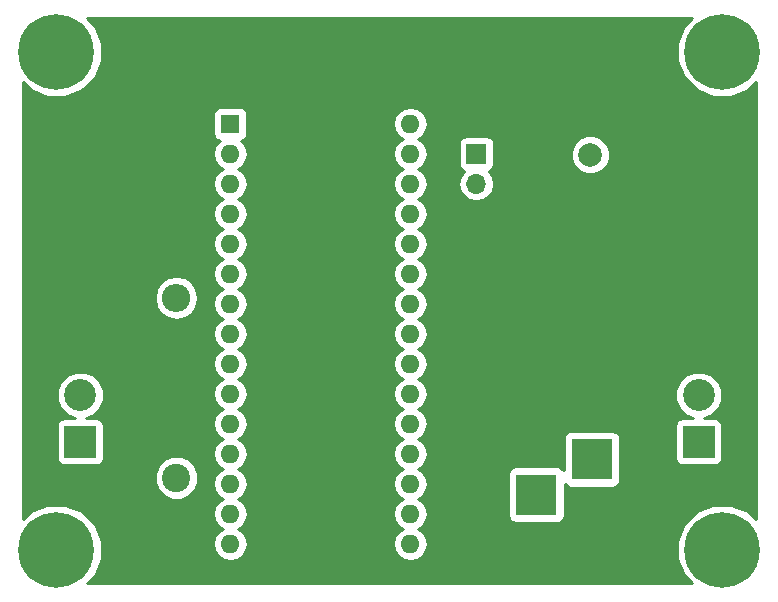
<source format=gbr>
G04 #@! TF.FileFunction,Copper,L1,Top,Signal*
%FSLAX46Y46*%
G04 Gerber Fmt 4.6, Leading zero omitted, Abs format (unit mm)*
G04 Created by KiCad (PCBNEW 4.0.6) date Wed Jul 19 18:28:27 2017*
%MOMM*%
%LPD*%
G01*
G04 APERTURE LIST*
%ADD10C,0.100000*%
%ADD11R,1.600000X1.600000*%
%ADD12O,1.600000X1.600000*%
%ADD13R,3.500000X3.500000*%
%ADD14R,1.700000X1.700000*%
%ADD15O,1.700000X1.700000*%
%ADD16C,2.400000*%
%ADD17O,2.400000X2.400000*%
%ADD18C,6.400000*%
%ADD19R,2.700000X2.700000*%
%ADD20C,2.700000*%
%ADD21R,2.000000X2.000000*%
%ADD22C,2.000000*%
%ADD23C,0.254000*%
G04 APERTURE END LIST*
D10*
D11*
X135128000Y-85852000D03*
D12*
X150368000Y-118872000D03*
X135128000Y-88392000D03*
X150368000Y-116332000D03*
X135128000Y-90932000D03*
X150368000Y-113792000D03*
X135128000Y-93472000D03*
X150368000Y-111252000D03*
X135128000Y-96012000D03*
X150368000Y-108712000D03*
X135128000Y-98552000D03*
X150368000Y-106172000D03*
X135128000Y-101092000D03*
X150368000Y-103632000D03*
X135128000Y-103632000D03*
X150368000Y-101092000D03*
X135128000Y-106172000D03*
X150368000Y-98552000D03*
X135128000Y-108712000D03*
X150368000Y-96012000D03*
X135128000Y-111252000D03*
X150368000Y-93472000D03*
X135128000Y-113792000D03*
X150368000Y-90932000D03*
X135128000Y-116332000D03*
X150368000Y-88392000D03*
X135128000Y-118872000D03*
X150368000Y-85852000D03*
X135128000Y-121412000D03*
X150368000Y-121412000D03*
D13*
X161036000Y-111252000D03*
X161036000Y-117252000D03*
X165736000Y-114252000D03*
D14*
X155956000Y-88392000D03*
D15*
X155956000Y-90932000D03*
D16*
X130556000Y-115824000D03*
D17*
X130556000Y-100584000D03*
D18*
X120396000Y-121920000D03*
X176784000Y-121920000D03*
X176784000Y-79756000D03*
X120396000Y-79756000D03*
D19*
X174784000Y-112776000D03*
D20*
X174784000Y-108816000D03*
X174784000Y-104856000D03*
D19*
X122428000Y-112776000D03*
D20*
X122428000Y-108816000D03*
X122428000Y-104856000D03*
D21*
X165608000Y-93472000D03*
D22*
X165608000Y-88472000D03*
D23*
G36*
X173534741Y-77580811D02*
X172949667Y-78989825D01*
X172948336Y-80515482D01*
X173530950Y-81925515D01*
X174608811Y-83005259D01*
X176017825Y-83590333D01*
X177543482Y-83591664D01*
X178953515Y-83009050D01*
X179630000Y-82333745D01*
X179630000Y-119342724D01*
X178959189Y-118670741D01*
X177550175Y-118085667D01*
X176024518Y-118084336D01*
X174614485Y-118666950D01*
X173534741Y-119744811D01*
X172949667Y-121153825D01*
X172948336Y-122679482D01*
X173530950Y-124089515D01*
X174206255Y-124766000D01*
X122973276Y-124766000D01*
X123645259Y-124095189D01*
X124230333Y-122686175D01*
X124231664Y-121160518D01*
X123649050Y-119750485D01*
X122571189Y-118670741D01*
X121162175Y-118085667D01*
X119636518Y-118084336D01*
X118226485Y-118666950D01*
X117550000Y-119342255D01*
X117550000Y-116187403D01*
X128720682Y-116187403D01*
X128999455Y-116862086D01*
X129515199Y-117378730D01*
X130189395Y-117658681D01*
X130919403Y-117659318D01*
X131594086Y-117380545D01*
X132110730Y-116864801D01*
X132390681Y-116190605D01*
X132391318Y-115460597D01*
X132112545Y-114785914D01*
X131596801Y-114269270D01*
X130922605Y-113989319D01*
X130192597Y-113988682D01*
X129517914Y-114267455D01*
X129001270Y-114783199D01*
X128721319Y-115457395D01*
X128720682Y-116187403D01*
X117550000Y-116187403D01*
X117550000Y-111426000D01*
X120430560Y-111426000D01*
X120430560Y-114126000D01*
X120474838Y-114361317D01*
X120613910Y-114577441D01*
X120826110Y-114722431D01*
X121078000Y-114773440D01*
X123778000Y-114773440D01*
X124013317Y-114729162D01*
X124229441Y-114590090D01*
X124374431Y-114377890D01*
X124425440Y-114126000D01*
X124425440Y-111426000D01*
X124381162Y-111190683D01*
X124242090Y-110974559D01*
X124029890Y-110829569D01*
X123778000Y-110778560D01*
X122876248Y-110778560D01*
X123550943Y-110499782D01*
X124109819Y-109941880D01*
X124412654Y-109212573D01*
X124413343Y-108422891D01*
X124111782Y-107693057D01*
X123553880Y-107134181D01*
X122824573Y-106831346D01*
X122034891Y-106830657D01*
X121305057Y-107132218D01*
X120746181Y-107690120D01*
X120443346Y-108419427D01*
X120442657Y-109209109D01*
X120744218Y-109938943D01*
X121302120Y-110497819D01*
X121978219Y-110778560D01*
X121078000Y-110778560D01*
X120842683Y-110822838D01*
X120626559Y-110961910D01*
X120481569Y-111174110D01*
X120430560Y-111426000D01*
X117550000Y-111426000D01*
X117550000Y-100548050D01*
X128721000Y-100548050D01*
X128721000Y-100619950D01*
X128860681Y-101322174D01*
X129258459Y-101917491D01*
X129853776Y-102315269D01*
X130556000Y-102454950D01*
X131258224Y-102315269D01*
X131853541Y-101917491D01*
X132251319Y-101322174D01*
X132391000Y-100619950D01*
X132391000Y-100548050D01*
X132251319Y-99845826D01*
X131853541Y-99250509D01*
X131258224Y-98852731D01*
X130556000Y-98713050D01*
X129853776Y-98852731D01*
X129258459Y-99250509D01*
X128860681Y-99845826D01*
X128721000Y-100548050D01*
X117550000Y-100548050D01*
X117550000Y-88392000D01*
X133664887Y-88392000D01*
X133774120Y-88941151D01*
X134085189Y-89406698D01*
X134467275Y-89662000D01*
X134085189Y-89917302D01*
X133774120Y-90382849D01*
X133664887Y-90932000D01*
X133774120Y-91481151D01*
X134085189Y-91946698D01*
X134467275Y-92202000D01*
X134085189Y-92457302D01*
X133774120Y-92922849D01*
X133664887Y-93472000D01*
X133774120Y-94021151D01*
X134085189Y-94486698D01*
X134467275Y-94742000D01*
X134085189Y-94997302D01*
X133774120Y-95462849D01*
X133664887Y-96012000D01*
X133774120Y-96561151D01*
X134085189Y-97026698D01*
X134467275Y-97282000D01*
X134085189Y-97537302D01*
X133774120Y-98002849D01*
X133664887Y-98552000D01*
X133774120Y-99101151D01*
X134085189Y-99566698D01*
X134467275Y-99822000D01*
X134085189Y-100077302D01*
X133774120Y-100542849D01*
X133664887Y-101092000D01*
X133774120Y-101641151D01*
X134085189Y-102106698D01*
X134467275Y-102362000D01*
X134085189Y-102617302D01*
X133774120Y-103082849D01*
X133664887Y-103632000D01*
X133774120Y-104181151D01*
X134085189Y-104646698D01*
X134467275Y-104902000D01*
X134085189Y-105157302D01*
X133774120Y-105622849D01*
X133664887Y-106172000D01*
X133774120Y-106721151D01*
X134085189Y-107186698D01*
X134467275Y-107442000D01*
X134085189Y-107697302D01*
X133774120Y-108162849D01*
X133664887Y-108712000D01*
X133774120Y-109261151D01*
X134085189Y-109726698D01*
X134467275Y-109982000D01*
X134085189Y-110237302D01*
X133774120Y-110702849D01*
X133664887Y-111252000D01*
X133774120Y-111801151D01*
X134085189Y-112266698D01*
X134467275Y-112522000D01*
X134085189Y-112777302D01*
X133774120Y-113242849D01*
X133664887Y-113792000D01*
X133774120Y-114341151D01*
X134085189Y-114806698D01*
X134467275Y-115062000D01*
X134085189Y-115317302D01*
X133774120Y-115782849D01*
X133664887Y-116332000D01*
X133774120Y-116881151D01*
X134085189Y-117346698D01*
X134467275Y-117602000D01*
X134085189Y-117857302D01*
X133774120Y-118322849D01*
X133664887Y-118872000D01*
X133774120Y-119421151D01*
X134085189Y-119886698D01*
X134467275Y-120142000D01*
X134085189Y-120397302D01*
X133774120Y-120862849D01*
X133664887Y-121412000D01*
X133774120Y-121961151D01*
X134085189Y-122426698D01*
X134550736Y-122737767D01*
X135099887Y-122847000D01*
X135156113Y-122847000D01*
X135705264Y-122737767D01*
X136170811Y-122426698D01*
X136481880Y-121961151D01*
X136591113Y-121412000D01*
X136481880Y-120862849D01*
X136170811Y-120397302D01*
X135788725Y-120142000D01*
X136170811Y-119886698D01*
X136481880Y-119421151D01*
X136591113Y-118872000D01*
X136481880Y-118322849D01*
X136170811Y-117857302D01*
X135788725Y-117602000D01*
X136170811Y-117346698D01*
X136481880Y-116881151D01*
X136591113Y-116332000D01*
X136481880Y-115782849D01*
X136170811Y-115317302D01*
X135788725Y-115062000D01*
X136170811Y-114806698D01*
X136481880Y-114341151D01*
X136591113Y-113792000D01*
X136481880Y-113242849D01*
X136170811Y-112777302D01*
X135788725Y-112522000D01*
X136170811Y-112266698D01*
X136481880Y-111801151D01*
X136591113Y-111252000D01*
X136481880Y-110702849D01*
X136170811Y-110237302D01*
X135788725Y-109982000D01*
X136170811Y-109726698D01*
X136481880Y-109261151D01*
X136591113Y-108712000D01*
X136481880Y-108162849D01*
X136170811Y-107697302D01*
X135788725Y-107442000D01*
X136170811Y-107186698D01*
X136481880Y-106721151D01*
X136591113Y-106172000D01*
X136481880Y-105622849D01*
X136170811Y-105157302D01*
X135788725Y-104902000D01*
X136170811Y-104646698D01*
X136481880Y-104181151D01*
X136591113Y-103632000D01*
X136481880Y-103082849D01*
X136170811Y-102617302D01*
X135788725Y-102362000D01*
X136170811Y-102106698D01*
X136481880Y-101641151D01*
X136591113Y-101092000D01*
X136481880Y-100542849D01*
X136170811Y-100077302D01*
X135788725Y-99822000D01*
X136170811Y-99566698D01*
X136481880Y-99101151D01*
X136591113Y-98552000D01*
X136481880Y-98002849D01*
X136170811Y-97537302D01*
X135788725Y-97282000D01*
X136170811Y-97026698D01*
X136481880Y-96561151D01*
X136591113Y-96012000D01*
X136481880Y-95462849D01*
X136170811Y-94997302D01*
X135788725Y-94742000D01*
X136170811Y-94486698D01*
X136481880Y-94021151D01*
X136591113Y-93472000D01*
X136481880Y-92922849D01*
X136170811Y-92457302D01*
X135788725Y-92202000D01*
X136170811Y-91946698D01*
X136481880Y-91481151D01*
X136591113Y-90932000D01*
X136481880Y-90382849D01*
X136170811Y-89917302D01*
X135788725Y-89662000D01*
X136170811Y-89406698D01*
X136481880Y-88941151D01*
X136591113Y-88392000D01*
X136481880Y-87842849D01*
X136170811Y-87377302D01*
X136026535Y-87280899D01*
X136163317Y-87255162D01*
X136379441Y-87116090D01*
X136524431Y-86903890D01*
X136575440Y-86652000D01*
X136575440Y-85852000D01*
X148904887Y-85852000D01*
X149014120Y-86401151D01*
X149325189Y-86866698D01*
X149707275Y-87122000D01*
X149325189Y-87377302D01*
X149014120Y-87842849D01*
X148904887Y-88392000D01*
X149014120Y-88941151D01*
X149325189Y-89406698D01*
X149707275Y-89662000D01*
X149325189Y-89917302D01*
X149014120Y-90382849D01*
X148904887Y-90932000D01*
X149014120Y-91481151D01*
X149325189Y-91946698D01*
X149707275Y-92202000D01*
X149325189Y-92457302D01*
X149014120Y-92922849D01*
X148904887Y-93472000D01*
X149014120Y-94021151D01*
X149325189Y-94486698D01*
X149707275Y-94742000D01*
X149325189Y-94997302D01*
X149014120Y-95462849D01*
X148904887Y-96012000D01*
X149014120Y-96561151D01*
X149325189Y-97026698D01*
X149707275Y-97282000D01*
X149325189Y-97537302D01*
X149014120Y-98002849D01*
X148904887Y-98552000D01*
X149014120Y-99101151D01*
X149325189Y-99566698D01*
X149707275Y-99822000D01*
X149325189Y-100077302D01*
X149014120Y-100542849D01*
X148904887Y-101092000D01*
X149014120Y-101641151D01*
X149325189Y-102106698D01*
X149707275Y-102362000D01*
X149325189Y-102617302D01*
X149014120Y-103082849D01*
X148904887Y-103632000D01*
X149014120Y-104181151D01*
X149325189Y-104646698D01*
X149707275Y-104902000D01*
X149325189Y-105157302D01*
X149014120Y-105622849D01*
X148904887Y-106172000D01*
X149014120Y-106721151D01*
X149325189Y-107186698D01*
X149707275Y-107442000D01*
X149325189Y-107697302D01*
X149014120Y-108162849D01*
X148904887Y-108712000D01*
X149014120Y-109261151D01*
X149325189Y-109726698D01*
X149707275Y-109982000D01*
X149325189Y-110237302D01*
X149014120Y-110702849D01*
X148904887Y-111252000D01*
X149014120Y-111801151D01*
X149325189Y-112266698D01*
X149707275Y-112522000D01*
X149325189Y-112777302D01*
X149014120Y-113242849D01*
X148904887Y-113792000D01*
X149014120Y-114341151D01*
X149325189Y-114806698D01*
X149707275Y-115062000D01*
X149325189Y-115317302D01*
X149014120Y-115782849D01*
X148904887Y-116332000D01*
X149014120Y-116881151D01*
X149325189Y-117346698D01*
X149707275Y-117602000D01*
X149325189Y-117857302D01*
X149014120Y-118322849D01*
X148904887Y-118872000D01*
X149014120Y-119421151D01*
X149325189Y-119886698D01*
X149707275Y-120142000D01*
X149325189Y-120397302D01*
X149014120Y-120862849D01*
X148904887Y-121412000D01*
X149014120Y-121961151D01*
X149325189Y-122426698D01*
X149790736Y-122737767D01*
X150339887Y-122847000D01*
X150396113Y-122847000D01*
X150945264Y-122737767D01*
X151410811Y-122426698D01*
X151721880Y-121961151D01*
X151831113Y-121412000D01*
X151721880Y-120862849D01*
X151410811Y-120397302D01*
X151028725Y-120142000D01*
X151410811Y-119886698D01*
X151721880Y-119421151D01*
X151831113Y-118872000D01*
X151721880Y-118322849D01*
X151410811Y-117857302D01*
X151028725Y-117602000D01*
X151410811Y-117346698D01*
X151721880Y-116881151D01*
X151831113Y-116332000D01*
X151721880Y-115782849D01*
X151534223Y-115502000D01*
X158638560Y-115502000D01*
X158638560Y-119002000D01*
X158682838Y-119237317D01*
X158821910Y-119453441D01*
X159034110Y-119598431D01*
X159286000Y-119649440D01*
X162786000Y-119649440D01*
X163021317Y-119605162D01*
X163237441Y-119466090D01*
X163382431Y-119253890D01*
X163433440Y-119002000D01*
X163433440Y-116315955D01*
X163521910Y-116453441D01*
X163734110Y-116598431D01*
X163986000Y-116649440D01*
X167486000Y-116649440D01*
X167721317Y-116605162D01*
X167937441Y-116466090D01*
X168082431Y-116253890D01*
X168133440Y-116002000D01*
X168133440Y-112502000D01*
X168089162Y-112266683D01*
X167950090Y-112050559D01*
X167737890Y-111905569D01*
X167486000Y-111854560D01*
X163986000Y-111854560D01*
X163750683Y-111898838D01*
X163534559Y-112037910D01*
X163389569Y-112250110D01*
X163338560Y-112502000D01*
X163338560Y-115188045D01*
X163250090Y-115050559D01*
X163037890Y-114905569D01*
X162786000Y-114854560D01*
X159286000Y-114854560D01*
X159050683Y-114898838D01*
X158834559Y-115037910D01*
X158689569Y-115250110D01*
X158638560Y-115502000D01*
X151534223Y-115502000D01*
X151410811Y-115317302D01*
X151028725Y-115062000D01*
X151410811Y-114806698D01*
X151721880Y-114341151D01*
X151831113Y-113792000D01*
X151721880Y-113242849D01*
X151410811Y-112777302D01*
X151028725Y-112522000D01*
X151410811Y-112266698D01*
X151721880Y-111801151D01*
X151796502Y-111426000D01*
X172786560Y-111426000D01*
X172786560Y-114126000D01*
X172830838Y-114361317D01*
X172969910Y-114577441D01*
X173182110Y-114722431D01*
X173434000Y-114773440D01*
X176134000Y-114773440D01*
X176369317Y-114729162D01*
X176585441Y-114590090D01*
X176730431Y-114377890D01*
X176781440Y-114126000D01*
X176781440Y-111426000D01*
X176737162Y-111190683D01*
X176598090Y-110974559D01*
X176385890Y-110829569D01*
X176134000Y-110778560D01*
X175232248Y-110778560D01*
X175906943Y-110499782D01*
X176465819Y-109941880D01*
X176768654Y-109212573D01*
X176769343Y-108422891D01*
X176467782Y-107693057D01*
X175909880Y-107134181D01*
X175180573Y-106831346D01*
X174390891Y-106830657D01*
X173661057Y-107132218D01*
X173102181Y-107690120D01*
X172799346Y-108419427D01*
X172798657Y-109209109D01*
X173100218Y-109938943D01*
X173658120Y-110497819D01*
X174334219Y-110778560D01*
X173434000Y-110778560D01*
X173198683Y-110822838D01*
X172982559Y-110961910D01*
X172837569Y-111174110D01*
X172786560Y-111426000D01*
X151796502Y-111426000D01*
X151831113Y-111252000D01*
X151721880Y-110702849D01*
X151410811Y-110237302D01*
X151028725Y-109982000D01*
X151410811Y-109726698D01*
X151721880Y-109261151D01*
X151831113Y-108712000D01*
X151721880Y-108162849D01*
X151410811Y-107697302D01*
X151028725Y-107442000D01*
X151410811Y-107186698D01*
X151721880Y-106721151D01*
X151831113Y-106172000D01*
X151721880Y-105622849D01*
X151410811Y-105157302D01*
X151028725Y-104902000D01*
X151410811Y-104646698D01*
X151721880Y-104181151D01*
X151831113Y-103632000D01*
X151721880Y-103082849D01*
X151410811Y-102617302D01*
X151028725Y-102362000D01*
X151410811Y-102106698D01*
X151721880Y-101641151D01*
X151831113Y-101092000D01*
X151721880Y-100542849D01*
X151410811Y-100077302D01*
X151028725Y-99822000D01*
X151410811Y-99566698D01*
X151721880Y-99101151D01*
X151831113Y-98552000D01*
X151721880Y-98002849D01*
X151410811Y-97537302D01*
X151028725Y-97282000D01*
X151410811Y-97026698D01*
X151721880Y-96561151D01*
X151831113Y-96012000D01*
X151721880Y-95462849D01*
X151410811Y-94997302D01*
X151028725Y-94742000D01*
X151410811Y-94486698D01*
X151721880Y-94021151D01*
X151831113Y-93472000D01*
X151721880Y-92922849D01*
X151410811Y-92457302D01*
X151028725Y-92202000D01*
X151410811Y-91946698D01*
X151721880Y-91481151D01*
X151831113Y-90932000D01*
X154441907Y-90932000D01*
X154554946Y-91500285D01*
X154876853Y-91982054D01*
X155358622Y-92303961D01*
X155926907Y-92417000D01*
X155985093Y-92417000D01*
X156553378Y-92303961D01*
X157035147Y-91982054D01*
X157357054Y-91500285D01*
X157470093Y-90932000D01*
X157357054Y-90363715D01*
X157035147Y-89881946D01*
X156993548Y-89854150D01*
X157041317Y-89845162D01*
X157257441Y-89706090D01*
X157402431Y-89493890D01*
X157453440Y-89242000D01*
X157453440Y-88795795D01*
X163972716Y-88795795D01*
X164221106Y-89396943D01*
X164680637Y-89857278D01*
X165281352Y-90106716D01*
X165931795Y-90107284D01*
X166532943Y-89858894D01*
X166993278Y-89399363D01*
X167242716Y-88798648D01*
X167243284Y-88148205D01*
X166994894Y-87547057D01*
X166535363Y-87086722D01*
X165934648Y-86837284D01*
X165284205Y-86836716D01*
X164683057Y-87085106D01*
X164222722Y-87544637D01*
X163973284Y-88145352D01*
X163972716Y-88795795D01*
X157453440Y-88795795D01*
X157453440Y-87542000D01*
X157409162Y-87306683D01*
X157270090Y-87090559D01*
X157057890Y-86945569D01*
X156806000Y-86894560D01*
X155106000Y-86894560D01*
X154870683Y-86938838D01*
X154654559Y-87077910D01*
X154509569Y-87290110D01*
X154458560Y-87542000D01*
X154458560Y-89242000D01*
X154502838Y-89477317D01*
X154641910Y-89693441D01*
X154854110Y-89838431D01*
X154921541Y-89852086D01*
X154876853Y-89881946D01*
X154554946Y-90363715D01*
X154441907Y-90932000D01*
X151831113Y-90932000D01*
X151721880Y-90382849D01*
X151410811Y-89917302D01*
X151028725Y-89662000D01*
X151410811Y-89406698D01*
X151721880Y-88941151D01*
X151831113Y-88392000D01*
X151721880Y-87842849D01*
X151410811Y-87377302D01*
X151028725Y-87122000D01*
X151410811Y-86866698D01*
X151721880Y-86401151D01*
X151831113Y-85852000D01*
X151721880Y-85302849D01*
X151410811Y-84837302D01*
X150945264Y-84526233D01*
X150396113Y-84417000D01*
X150339887Y-84417000D01*
X149790736Y-84526233D01*
X149325189Y-84837302D01*
X149014120Y-85302849D01*
X148904887Y-85852000D01*
X136575440Y-85852000D01*
X136575440Y-85052000D01*
X136531162Y-84816683D01*
X136392090Y-84600559D01*
X136179890Y-84455569D01*
X135928000Y-84404560D01*
X134328000Y-84404560D01*
X134092683Y-84448838D01*
X133876559Y-84587910D01*
X133731569Y-84800110D01*
X133680560Y-85052000D01*
X133680560Y-86652000D01*
X133724838Y-86887317D01*
X133863910Y-87103441D01*
X134076110Y-87248431D01*
X134231089Y-87279815D01*
X134085189Y-87377302D01*
X133774120Y-87842849D01*
X133664887Y-88392000D01*
X117550000Y-88392000D01*
X117550000Y-82333276D01*
X118220811Y-83005259D01*
X119629825Y-83590333D01*
X121155482Y-83591664D01*
X122565515Y-83009050D01*
X123645259Y-81931189D01*
X124230333Y-80522175D01*
X124231664Y-78996518D01*
X123649050Y-77586485D01*
X122973745Y-76910000D01*
X174206724Y-76910000D01*
X173534741Y-77580811D01*
X173534741Y-77580811D01*
G37*
X173534741Y-77580811D02*
X172949667Y-78989825D01*
X172948336Y-80515482D01*
X173530950Y-81925515D01*
X174608811Y-83005259D01*
X176017825Y-83590333D01*
X177543482Y-83591664D01*
X178953515Y-83009050D01*
X179630000Y-82333745D01*
X179630000Y-119342724D01*
X178959189Y-118670741D01*
X177550175Y-118085667D01*
X176024518Y-118084336D01*
X174614485Y-118666950D01*
X173534741Y-119744811D01*
X172949667Y-121153825D01*
X172948336Y-122679482D01*
X173530950Y-124089515D01*
X174206255Y-124766000D01*
X122973276Y-124766000D01*
X123645259Y-124095189D01*
X124230333Y-122686175D01*
X124231664Y-121160518D01*
X123649050Y-119750485D01*
X122571189Y-118670741D01*
X121162175Y-118085667D01*
X119636518Y-118084336D01*
X118226485Y-118666950D01*
X117550000Y-119342255D01*
X117550000Y-116187403D01*
X128720682Y-116187403D01*
X128999455Y-116862086D01*
X129515199Y-117378730D01*
X130189395Y-117658681D01*
X130919403Y-117659318D01*
X131594086Y-117380545D01*
X132110730Y-116864801D01*
X132390681Y-116190605D01*
X132391318Y-115460597D01*
X132112545Y-114785914D01*
X131596801Y-114269270D01*
X130922605Y-113989319D01*
X130192597Y-113988682D01*
X129517914Y-114267455D01*
X129001270Y-114783199D01*
X128721319Y-115457395D01*
X128720682Y-116187403D01*
X117550000Y-116187403D01*
X117550000Y-111426000D01*
X120430560Y-111426000D01*
X120430560Y-114126000D01*
X120474838Y-114361317D01*
X120613910Y-114577441D01*
X120826110Y-114722431D01*
X121078000Y-114773440D01*
X123778000Y-114773440D01*
X124013317Y-114729162D01*
X124229441Y-114590090D01*
X124374431Y-114377890D01*
X124425440Y-114126000D01*
X124425440Y-111426000D01*
X124381162Y-111190683D01*
X124242090Y-110974559D01*
X124029890Y-110829569D01*
X123778000Y-110778560D01*
X122876248Y-110778560D01*
X123550943Y-110499782D01*
X124109819Y-109941880D01*
X124412654Y-109212573D01*
X124413343Y-108422891D01*
X124111782Y-107693057D01*
X123553880Y-107134181D01*
X122824573Y-106831346D01*
X122034891Y-106830657D01*
X121305057Y-107132218D01*
X120746181Y-107690120D01*
X120443346Y-108419427D01*
X120442657Y-109209109D01*
X120744218Y-109938943D01*
X121302120Y-110497819D01*
X121978219Y-110778560D01*
X121078000Y-110778560D01*
X120842683Y-110822838D01*
X120626559Y-110961910D01*
X120481569Y-111174110D01*
X120430560Y-111426000D01*
X117550000Y-111426000D01*
X117550000Y-100548050D01*
X128721000Y-100548050D01*
X128721000Y-100619950D01*
X128860681Y-101322174D01*
X129258459Y-101917491D01*
X129853776Y-102315269D01*
X130556000Y-102454950D01*
X131258224Y-102315269D01*
X131853541Y-101917491D01*
X132251319Y-101322174D01*
X132391000Y-100619950D01*
X132391000Y-100548050D01*
X132251319Y-99845826D01*
X131853541Y-99250509D01*
X131258224Y-98852731D01*
X130556000Y-98713050D01*
X129853776Y-98852731D01*
X129258459Y-99250509D01*
X128860681Y-99845826D01*
X128721000Y-100548050D01*
X117550000Y-100548050D01*
X117550000Y-88392000D01*
X133664887Y-88392000D01*
X133774120Y-88941151D01*
X134085189Y-89406698D01*
X134467275Y-89662000D01*
X134085189Y-89917302D01*
X133774120Y-90382849D01*
X133664887Y-90932000D01*
X133774120Y-91481151D01*
X134085189Y-91946698D01*
X134467275Y-92202000D01*
X134085189Y-92457302D01*
X133774120Y-92922849D01*
X133664887Y-93472000D01*
X133774120Y-94021151D01*
X134085189Y-94486698D01*
X134467275Y-94742000D01*
X134085189Y-94997302D01*
X133774120Y-95462849D01*
X133664887Y-96012000D01*
X133774120Y-96561151D01*
X134085189Y-97026698D01*
X134467275Y-97282000D01*
X134085189Y-97537302D01*
X133774120Y-98002849D01*
X133664887Y-98552000D01*
X133774120Y-99101151D01*
X134085189Y-99566698D01*
X134467275Y-99822000D01*
X134085189Y-100077302D01*
X133774120Y-100542849D01*
X133664887Y-101092000D01*
X133774120Y-101641151D01*
X134085189Y-102106698D01*
X134467275Y-102362000D01*
X134085189Y-102617302D01*
X133774120Y-103082849D01*
X133664887Y-103632000D01*
X133774120Y-104181151D01*
X134085189Y-104646698D01*
X134467275Y-104902000D01*
X134085189Y-105157302D01*
X133774120Y-105622849D01*
X133664887Y-106172000D01*
X133774120Y-106721151D01*
X134085189Y-107186698D01*
X134467275Y-107442000D01*
X134085189Y-107697302D01*
X133774120Y-108162849D01*
X133664887Y-108712000D01*
X133774120Y-109261151D01*
X134085189Y-109726698D01*
X134467275Y-109982000D01*
X134085189Y-110237302D01*
X133774120Y-110702849D01*
X133664887Y-111252000D01*
X133774120Y-111801151D01*
X134085189Y-112266698D01*
X134467275Y-112522000D01*
X134085189Y-112777302D01*
X133774120Y-113242849D01*
X133664887Y-113792000D01*
X133774120Y-114341151D01*
X134085189Y-114806698D01*
X134467275Y-115062000D01*
X134085189Y-115317302D01*
X133774120Y-115782849D01*
X133664887Y-116332000D01*
X133774120Y-116881151D01*
X134085189Y-117346698D01*
X134467275Y-117602000D01*
X134085189Y-117857302D01*
X133774120Y-118322849D01*
X133664887Y-118872000D01*
X133774120Y-119421151D01*
X134085189Y-119886698D01*
X134467275Y-120142000D01*
X134085189Y-120397302D01*
X133774120Y-120862849D01*
X133664887Y-121412000D01*
X133774120Y-121961151D01*
X134085189Y-122426698D01*
X134550736Y-122737767D01*
X135099887Y-122847000D01*
X135156113Y-122847000D01*
X135705264Y-122737767D01*
X136170811Y-122426698D01*
X136481880Y-121961151D01*
X136591113Y-121412000D01*
X136481880Y-120862849D01*
X136170811Y-120397302D01*
X135788725Y-120142000D01*
X136170811Y-119886698D01*
X136481880Y-119421151D01*
X136591113Y-118872000D01*
X136481880Y-118322849D01*
X136170811Y-117857302D01*
X135788725Y-117602000D01*
X136170811Y-117346698D01*
X136481880Y-116881151D01*
X136591113Y-116332000D01*
X136481880Y-115782849D01*
X136170811Y-115317302D01*
X135788725Y-115062000D01*
X136170811Y-114806698D01*
X136481880Y-114341151D01*
X136591113Y-113792000D01*
X136481880Y-113242849D01*
X136170811Y-112777302D01*
X135788725Y-112522000D01*
X136170811Y-112266698D01*
X136481880Y-111801151D01*
X136591113Y-111252000D01*
X136481880Y-110702849D01*
X136170811Y-110237302D01*
X135788725Y-109982000D01*
X136170811Y-109726698D01*
X136481880Y-109261151D01*
X136591113Y-108712000D01*
X136481880Y-108162849D01*
X136170811Y-107697302D01*
X135788725Y-107442000D01*
X136170811Y-107186698D01*
X136481880Y-106721151D01*
X136591113Y-106172000D01*
X136481880Y-105622849D01*
X136170811Y-105157302D01*
X135788725Y-104902000D01*
X136170811Y-104646698D01*
X136481880Y-104181151D01*
X136591113Y-103632000D01*
X136481880Y-103082849D01*
X136170811Y-102617302D01*
X135788725Y-102362000D01*
X136170811Y-102106698D01*
X136481880Y-101641151D01*
X136591113Y-101092000D01*
X136481880Y-100542849D01*
X136170811Y-100077302D01*
X135788725Y-99822000D01*
X136170811Y-99566698D01*
X136481880Y-99101151D01*
X136591113Y-98552000D01*
X136481880Y-98002849D01*
X136170811Y-97537302D01*
X135788725Y-97282000D01*
X136170811Y-97026698D01*
X136481880Y-96561151D01*
X136591113Y-96012000D01*
X136481880Y-95462849D01*
X136170811Y-94997302D01*
X135788725Y-94742000D01*
X136170811Y-94486698D01*
X136481880Y-94021151D01*
X136591113Y-93472000D01*
X136481880Y-92922849D01*
X136170811Y-92457302D01*
X135788725Y-92202000D01*
X136170811Y-91946698D01*
X136481880Y-91481151D01*
X136591113Y-90932000D01*
X136481880Y-90382849D01*
X136170811Y-89917302D01*
X135788725Y-89662000D01*
X136170811Y-89406698D01*
X136481880Y-88941151D01*
X136591113Y-88392000D01*
X136481880Y-87842849D01*
X136170811Y-87377302D01*
X136026535Y-87280899D01*
X136163317Y-87255162D01*
X136379441Y-87116090D01*
X136524431Y-86903890D01*
X136575440Y-86652000D01*
X136575440Y-85852000D01*
X148904887Y-85852000D01*
X149014120Y-86401151D01*
X149325189Y-86866698D01*
X149707275Y-87122000D01*
X149325189Y-87377302D01*
X149014120Y-87842849D01*
X148904887Y-88392000D01*
X149014120Y-88941151D01*
X149325189Y-89406698D01*
X149707275Y-89662000D01*
X149325189Y-89917302D01*
X149014120Y-90382849D01*
X148904887Y-90932000D01*
X149014120Y-91481151D01*
X149325189Y-91946698D01*
X149707275Y-92202000D01*
X149325189Y-92457302D01*
X149014120Y-92922849D01*
X148904887Y-93472000D01*
X149014120Y-94021151D01*
X149325189Y-94486698D01*
X149707275Y-94742000D01*
X149325189Y-94997302D01*
X149014120Y-95462849D01*
X148904887Y-96012000D01*
X149014120Y-96561151D01*
X149325189Y-97026698D01*
X149707275Y-97282000D01*
X149325189Y-97537302D01*
X149014120Y-98002849D01*
X148904887Y-98552000D01*
X149014120Y-99101151D01*
X149325189Y-99566698D01*
X149707275Y-99822000D01*
X149325189Y-100077302D01*
X149014120Y-100542849D01*
X148904887Y-101092000D01*
X149014120Y-101641151D01*
X149325189Y-102106698D01*
X149707275Y-102362000D01*
X149325189Y-102617302D01*
X149014120Y-103082849D01*
X148904887Y-103632000D01*
X149014120Y-104181151D01*
X149325189Y-104646698D01*
X149707275Y-104902000D01*
X149325189Y-105157302D01*
X149014120Y-105622849D01*
X148904887Y-106172000D01*
X149014120Y-106721151D01*
X149325189Y-107186698D01*
X149707275Y-107442000D01*
X149325189Y-107697302D01*
X149014120Y-108162849D01*
X148904887Y-108712000D01*
X149014120Y-109261151D01*
X149325189Y-109726698D01*
X149707275Y-109982000D01*
X149325189Y-110237302D01*
X149014120Y-110702849D01*
X148904887Y-111252000D01*
X149014120Y-111801151D01*
X149325189Y-112266698D01*
X149707275Y-112522000D01*
X149325189Y-112777302D01*
X149014120Y-113242849D01*
X148904887Y-113792000D01*
X149014120Y-114341151D01*
X149325189Y-114806698D01*
X149707275Y-115062000D01*
X149325189Y-115317302D01*
X149014120Y-115782849D01*
X148904887Y-116332000D01*
X149014120Y-116881151D01*
X149325189Y-117346698D01*
X149707275Y-117602000D01*
X149325189Y-117857302D01*
X149014120Y-118322849D01*
X148904887Y-118872000D01*
X149014120Y-119421151D01*
X149325189Y-119886698D01*
X149707275Y-120142000D01*
X149325189Y-120397302D01*
X149014120Y-120862849D01*
X148904887Y-121412000D01*
X149014120Y-121961151D01*
X149325189Y-122426698D01*
X149790736Y-122737767D01*
X150339887Y-122847000D01*
X150396113Y-122847000D01*
X150945264Y-122737767D01*
X151410811Y-122426698D01*
X151721880Y-121961151D01*
X151831113Y-121412000D01*
X151721880Y-120862849D01*
X151410811Y-120397302D01*
X151028725Y-120142000D01*
X151410811Y-119886698D01*
X151721880Y-119421151D01*
X151831113Y-118872000D01*
X151721880Y-118322849D01*
X151410811Y-117857302D01*
X151028725Y-117602000D01*
X151410811Y-117346698D01*
X151721880Y-116881151D01*
X151831113Y-116332000D01*
X151721880Y-115782849D01*
X151534223Y-115502000D01*
X158638560Y-115502000D01*
X158638560Y-119002000D01*
X158682838Y-119237317D01*
X158821910Y-119453441D01*
X159034110Y-119598431D01*
X159286000Y-119649440D01*
X162786000Y-119649440D01*
X163021317Y-119605162D01*
X163237441Y-119466090D01*
X163382431Y-119253890D01*
X163433440Y-119002000D01*
X163433440Y-116315955D01*
X163521910Y-116453441D01*
X163734110Y-116598431D01*
X163986000Y-116649440D01*
X167486000Y-116649440D01*
X167721317Y-116605162D01*
X167937441Y-116466090D01*
X168082431Y-116253890D01*
X168133440Y-116002000D01*
X168133440Y-112502000D01*
X168089162Y-112266683D01*
X167950090Y-112050559D01*
X167737890Y-111905569D01*
X167486000Y-111854560D01*
X163986000Y-111854560D01*
X163750683Y-111898838D01*
X163534559Y-112037910D01*
X163389569Y-112250110D01*
X163338560Y-112502000D01*
X163338560Y-115188045D01*
X163250090Y-115050559D01*
X163037890Y-114905569D01*
X162786000Y-114854560D01*
X159286000Y-114854560D01*
X159050683Y-114898838D01*
X158834559Y-115037910D01*
X158689569Y-115250110D01*
X158638560Y-115502000D01*
X151534223Y-115502000D01*
X151410811Y-115317302D01*
X151028725Y-115062000D01*
X151410811Y-114806698D01*
X151721880Y-114341151D01*
X151831113Y-113792000D01*
X151721880Y-113242849D01*
X151410811Y-112777302D01*
X151028725Y-112522000D01*
X151410811Y-112266698D01*
X151721880Y-111801151D01*
X151796502Y-111426000D01*
X172786560Y-111426000D01*
X172786560Y-114126000D01*
X172830838Y-114361317D01*
X172969910Y-114577441D01*
X173182110Y-114722431D01*
X173434000Y-114773440D01*
X176134000Y-114773440D01*
X176369317Y-114729162D01*
X176585441Y-114590090D01*
X176730431Y-114377890D01*
X176781440Y-114126000D01*
X176781440Y-111426000D01*
X176737162Y-111190683D01*
X176598090Y-110974559D01*
X176385890Y-110829569D01*
X176134000Y-110778560D01*
X175232248Y-110778560D01*
X175906943Y-110499782D01*
X176465819Y-109941880D01*
X176768654Y-109212573D01*
X176769343Y-108422891D01*
X176467782Y-107693057D01*
X175909880Y-107134181D01*
X175180573Y-106831346D01*
X174390891Y-106830657D01*
X173661057Y-107132218D01*
X173102181Y-107690120D01*
X172799346Y-108419427D01*
X172798657Y-109209109D01*
X173100218Y-109938943D01*
X173658120Y-110497819D01*
X174334219Y-110778560D01*
X173434000Y-110778560D01*
X173198683Y-110822838D01*
X172982559Y-110961910D01*
X172837569Y-111174110D01*
X172786560Y-111426000D01*
X151796502Y-111426000D01*
X151831113Y-111252000D01*
X151721880Y-110702849D01*
X151410811Y-110237302D01*
X151028725Y-109982000D01*
X151410811Y-109726698D01*
X151721880Y-109261151D01*
X151831113Y-108712000D01*
X151721880Y-108162849D01*
X151410811Y-107697302D01*
X151028725Y-107442000D01*
X151410811Y-107186698D01*
X151721880Y-106721151D01*
X151831113Y-106172000D01*
X151721880Y-105622849D01*
X151410811Y-105157302D01*
X151028725Y-104902000D01*
X151410811Y-104646698D01*
X151721880Y-104181151D01*
X151831113Y-103632000D01*
X151721880Y-103082849D01*
X151410811Y-102617302D01*
X151028725Y-102362000D01*
X151410811Y-102106698D01*
X151721880Y-101641151D01*
X151831113Y-101092000D01*
X151721880Y-100542849D01*
X151410811Y-100077302D01*
X151028725Y-99822000D01*
X151410811Y-99566698D01*
X151721880Y-99101151D01*
X151831113Y-98552000D01*
X151721880Y-98002849D01*
X151410811Y-97537302D01*
X151028725Y-97282000D01*
X151410811Y-97026698D01*
X151721880Y-96561151D01*
X151831113Y-96012000D01*
X151721880Y-95462849D01*
X151410811Y-94997302D01*
X151028725Y-94742000D01*
X151410811Y-94486698D01*
X151721880Y-94021151D01*
X151831113Y-93472000D01*
X151721880Y-92922849D01*
X151410811Y-92457302D01*
X151028725Y-92202000D01*
X151410811Y-91946698D01*
X151721880Y-91481151D01*
X151831113Y-90932000D01*
X154441907Y-90932000D01*
X154554946Y-91500285D01*
X154876853Y-91982054D01*
X155358622Y-92303961D01*
X155926907Y-92417000D01*
X155985093Y-92417000D01*
X156553378Y-92303961D01*
X157035147Y-91982054D01*
X157357054Y-91500285D01*
X157470093Y-90932000D01*
X157357054Y-90363715D01*
X157035147Y-89881946D01*
X156993548Y-89854150D01*
X157041317Y-89845162D01*
X157257441Y-89706090D01*
X157402431Y-89493890D01*
X157453440Y-89242000D01*
X157453440Y-88795795D01*
X163972716Y-88795795D01*
X164221106Y-89396943D01*
X164680637Y-89857278D01*
X165281352Y-90106716D01*
X165931795Y-90107284D01*
X166532943Y-89858894D01*
X166993278Y-89399363D01*
X167242716Y-88798648D01*
X167243284Y-88148205D01*
X166994894Y-87547057D01*
X166535363Y-87086722D01*
X165934648Y-86837284D01*
X165284205Y-86836716D01*
X164683057Y-87085106D01*
X164222722Y-87544637D01*
X163973284Y-88145352D01*
X163972716Y-88795795D01*
X157453440Y-88795795D01*
X157453440Y-87542000D01*
X157409162Y-87306683D01*
X157270090Y-87090559D01*
X157057890Y-86945569D01*
X156806000Y-86894560D01*
X155106000Y-86894560D01*
X154870683Y-86938838D01*
X154654559Y-87077910D01*
X154509569Y-87290110D01*
X154458560Y-87542000D01*
X154458560Y-89242000D01*
X154502838Y-89477317D01*
X154641910Y-89693441D01*
X154854110Y-89838431D01*
X154921541Y-89852086D01*
X154876853Y-89881946D01*
X154554946Y-90363715D01*
X154441907Y-90932000D01*
X151831113Y-90932000D01*
X151721880Y-90382849D01*
X151410811Y-89917302D01*
X151028725Y-89662000D01*
X151410811Y-89406698D01*
X151721880Y-88941151D01*
X151831113Y-88392000D01*
X151721880Y-87842849D01*
X151410811Y-87377302D01*
X151028725Y-87122000D01*
X151410811Y-86866698D01*
X151721880Y-86401151D01*
X151831113Y-85852000D01*
X151721880Y-85302849D01*
X151410811Y-84837302D01*
X150945264Y-84526233D01*
X150396113Y-84417000D01*
X150339887Y-84417000D01*
X149790736Y-84526233D01*
X149325189Y-84837302D01*
X149014120Y-85302849D01*
X148904887Y-85852000D01*
X136575440Y-85852000D01*
X136575440Y-85052000D01*
X136531162Y-84816683D01*
X136392090Y-84600559D01*
X136179890Y-84455569D01*
X135928000Y-84404560D01*
X134328000Y-84404560D01*
X134092683Y-84448838D01*
X133876559Y-84587910D01*
X133731569Y-84800110D01*
X133680560Y-85052000D01*
X133680560Y-86652000D01*
X133724838Y-86887317D01*
X133863910Y-87103441D01*
X134076110Y-87248431D01*
X134231089Y-87279815D01*
X134085189Y-87377302D01*
X133774120Y-87842849D01*
X133664887Y-88392000D01*
X117550000Y-88392000D01*
X117550000Y-82333276D01*
X118220811Y-83005259D01*
X119629825Y-83590333D01*
X121155482Y-83591664D01*
X122565515Y-83009050D01*
X123645259Y-81931189D01*
X124230333Y-80522175D01*
X124231664Y-78996518D01*
X123649050Y-77586485D01*
X122973745Y-76910000D01*
X174206724Y-76910000D01*
X173534741Y-77580811D01*
M02*

</source>
